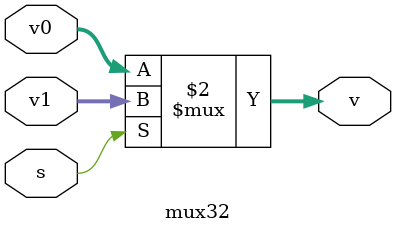
<source format=v>
module mux32 (input wire s, input wire [31:0] v0, input wire [31:0] v1, output wire [31:0] v);
assign v = (s==1'b1 ? v1 : v0);
endmodule

</source>
